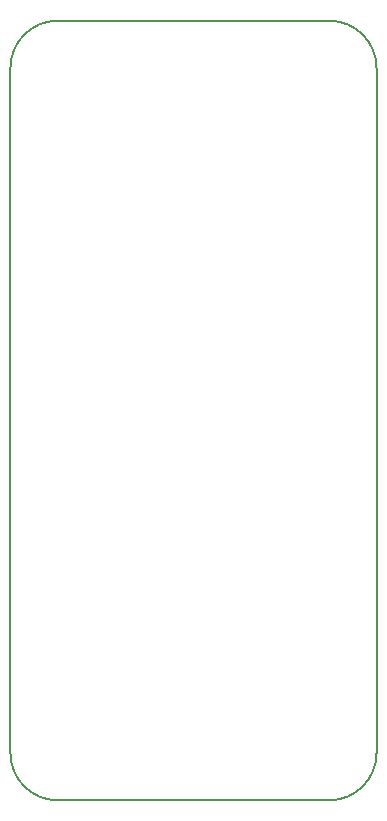
<source format=gbr>
%TF.GenerationSoftware,KiCad,Pcbnew,(7.0.0)*%
%TF.CreationDate,2023-05-30T16:09:47+02:00*%
%TF.ProjectId,connecteurs,636f6e6e-6563-4746-9575-72732e6b6963,1.0*%
%TF.SameCoordinates,Original*%
%TF.FileFunction,Profile,NP*%
%FSLAX46Y46*%
G04 Gerber Fmt 4.6, Leading zero omitted, Abs format (unit mm)*
G04 Created by KiCad (PCBNEW (7.0.0)) date 2023-05-30 16:09:47*
%MOMM*%
%LPD*%
G01*
G04 APERTURE LIST*
%TA.AperFunction,Profile*%
%ADD10C,0.200000*%
%TD*%
G04 APERTURE END LIST*
D10*
X93000000Y-46000000D02*
X70000000Y-46000000D01*
X70000000Y-46000000D02*
G75*
G03*
X66000000Y-50000000I0J-4000000D01*
G01*
X97000000Y-108000000D02*
X97000000Y-50000000D01*
X66000000Y-50000000D02*
X66000000Y-108000000D01*
X70000000Y-112000000D02*
X93000000Y-112000000D01*
X93000000Y-112000000D02*
G75*
G03*
X97000000Y-108000000I0J4000000D01*
G01*
X66000000Y-108000000D02*
G75*
G03*
X70000000Y-112000000I4000000J0D01*
G01*
X97000000Y-50000000D02*
G75*
G03*
X93000000Y-46000000I-4000000J0D01*
G01*
M02*

</source>
